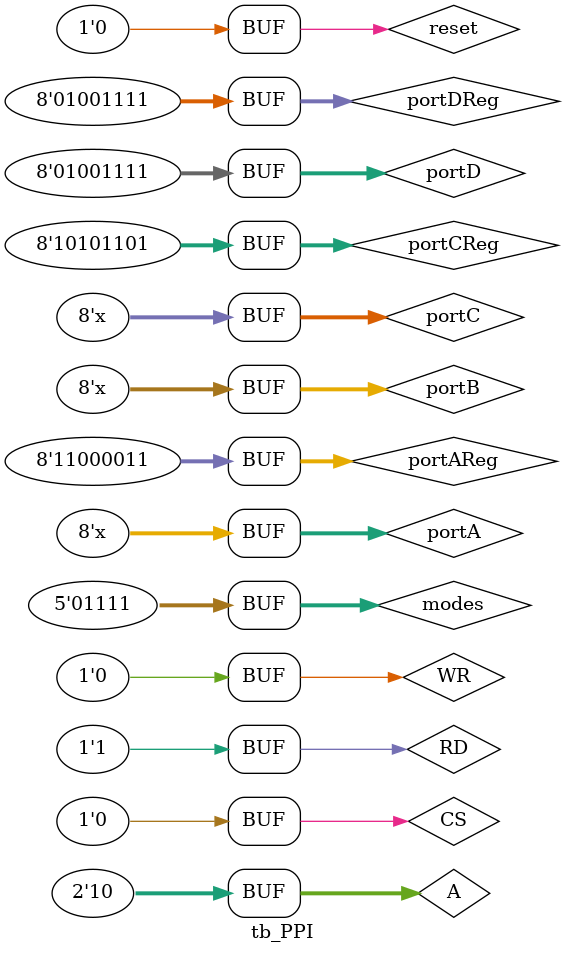
<source format=v>
`timescale 1us / 1us

module EightBitPort(D , DIntO, DIntI , mode ,enable);
inout  [7:0] D; 		//Data External
input  [7:0] DIntI;	//Data Internal input
output [7:0] DIntO;	//Data Internal output

//internal means between the port and the data bus
//external means between the port and the outside module (Top Module)

reg [7:0] DTemp;

input enable;
input mode; //Low(read/Input): DInt = D , High(write/Output): D = Dint

assign D = (mode)? DTemp:8'bz;	   //if mode is Low(read/Input) , then D is high impedance otherwise = DTemp
assign DIntO = mode? 8'bz:D;  //if mode is High(write/Output) , then DIntO is high impedance for input otherwise = D


always @(enable ,mode ,DIntI)
begin
	if (mode == 1 & enable) DTemp <= DIntI;//value of Dtemp only changes when the enable signal is high
	
end
endmodule

module FourBitPort(D , DIntO, DIntI , mode ,enable);
inout [3:0] D; 		//Data External
input [3:0] DIntI;	//Data Internal input
output [3:0] DIntO;	//Data Internal output

//internal means between the port and the data bus
//external means between the port and the outside module (Top Module)

reg [3:0] DTemp;

input enable;
input mode; //Low(read/Input): DInt = D , High(write/Output): D = Dint

assign D = (mode)? DTemp:4'bz;	   //if mode is Low(read/Input) , then D is high impedance otherwise = DTemp
assign DIntO = mode? 4'bz:D;  //if mode is High(write/Output) , then DIntO is high impedance for input otherwise = D


always @(enable ,mode ,DIntI)
begin
	if (mode == 1 & enable) DTemp = DIntI;//value of Dtemp only changes when the enable signal is high
end
endmodule

module PortC(C_Inout ,CInt_In ,CInt_Out, mode ,enable ,BSR ,BSRBitAddr ,BSRValue);
inout  [7:0] C_Inout;  //C inout
input  [7:0] CInt_In; 	 //C Internal Input
output [7:0] CInt_Out;	 //C Internal output

input [1:0] mode;
input enable ,BSR ,BSRValue; //the enable signal , and the BSR mode enable signal and the bit's value
input [2:0] BSRBitAddr; 

reg [7:0] CInt_In_Intermediate;//assigned in always block to CInt_In when BSR off ,but changed when BSR is on



always @(BSR , CInt_Out ,CInt_In,BSRValue ,BSRBitAddr)
begin
//BSR mode handling

//if BSR is on , then we will overwrite inner CInt by the reg overWrittenCInt
	if (BSR)
	begin
		CInt_In_Intermediate <= CInt_Out;
		CInt_In_Intermediate[BSRBitAddr] <= BSRValue;
	end
	if (!BSR) CInt_In_Intermediate <= CInt_In;
	
end

FourBitPort portCLower(C_Inout[3:0] , CInt_Out[3:0], CInt_In_Intermediate[3:0] , mode[0] ,enable|BSR);
FourBitPort portCUpper(C_Inout[7:4] , CInt_Out[7:4], CInt_In_Intermediate[7:4] , mode[1] ,enable|BSR);
endmodule

module InputInterface(DataMode ,enable , SelectPorts , WR , RD , A , reset , CS);
output [3:0]SelectPorts;
output DataMode;
output enable;

input WR , RD , reset , CS;
input [1:0]A;

assign enable = CS && (WR ^ RD); //enable is high if CS is high and only one signal (read or write) is high

//A0A1 is one hot encoded into SlectPorts wires
assign SelectPorts[0] = A==0?1:0;
assign SelectPorts[1] = A==1?1:0;
assign SelectPorts[2] = A==2?1:0;
assign SelectPorts[3] = A==3?1:0;

//DataMode is set to input at reset
assign DataMode = reset?0:!WR&RD?1:0;
endmodule

module Control(modes ,BSR ,BSRBitAddr ,BSRValue, enable ,reset ,inCtrlWord);
output reg [3:0]modes;
output reg BSR , BSRValue;   //BSR enable signal and the value of the BSR bit
output reg [2:0] BSRBitAddr; //Address of the BSR bit to be written in Port c

input [7:0] inCtrlWord;
input enable ,reset; //the enable signal is from the Input Interface module the reset from the top module

//The actual control word
reg [7:0]ctrlWord ;

initial
begin
	ctrlWord <= 8'b0111_1111;
end

//---------------------------Controlling---------------------------//
always @(enable , reset , inCtrlWord ,BSR ,BSRBitAddr,BSRValue ,modes ,ctrlWord)
begin
	if (!reset && enable) ctrlWord <= inCtrlWord;//when enable signal is high, write the ctrlWord
	if (reset) ctrlWord <= 8'b0111_1111;//when reset signal is high ,ctrlWord is forced to 8'b0111_1111 to set all ports to input mode 
	
	//---------------------------Modes Handling---------------------------//
	if (ctrlWord[7] == 1) //then BSR Mode
	begin
		BSR = 1; 		 	//enable BSR mode
		BSRValue = ctrlWord[0];	 	//assign the BSR bit value
		BSRBitAddr = ctrlWord[3:1];	//assign the address of the BSR bit
		modes[2] = 1;			//change lower c port to output
		modes[3] = 1; 			//change upper c port to output
	end
	else if(ctrlWord[7] == 0) //then mode 0
	begin
		BSR = 0;//disable BSR mode
		//Port A mode handling
		if (ctrlWord[4])  modes[0] = 0;
		if (!ctrlWord[4]) modes[0] = 1;

		//Port B mode handling
		if (ctrlWord[1])  modes[1] = 0;
		if (!ctrlWord[1]) modes[1] = 1;

		//Port C lower mode handling
		if (ctrlWord[0])  modes[2] = 0;
		if (!ctrlWord[0]) modes[2] = 1;

		//Port C upper mode handling
		if (ctrlWord[3])  modes[3] = 0;
		if (!ctrlWord[3]) modes[3] = 1;
	end
end
endmodule

module PPI_8255_ver2(A_Inout , B_Inout , C_Inout , D_Inout ,WR ,RD ,CS ,reset ,portAddr);

inout [7:0] A_Inout;
inout [7:0] B_Inout;
inout [7:0] C_Inout;
inout [7:0] D_Inout;
input WR ,RD ,CS ,reset;
input [1:0] portAddr;

wire [7:0] AInt_In;
wire [7:0] AInt_Out;

wire [7:0] BInt_In;
wire [7:0] BInt_Out;

wire [7:0] CInt_In;
wire [7:0] CInt_Out;

wire [7:0] DInt_In;
wire [7:0] DInt_Out;

wire enable, enableA ,enableB ,enableC ,enableCtrl; //enable signals for each port individually
wire DataMode;
wire BSR , BSRValue;
wire [2:0] BSRBitAddr;
wire [7:0] InCtrlWord;

wire [3:0] modes;//the input or output mode for each port .0 = input and 1 = output
wire [3:0] SelectPorts;//one hot encoded A0 A1

reg [7:0] mainBus;

//for a enable signal to be high ,we need to make sure that the port is selected by A0 A1
assign enableA = enable & SelectPorts[0];
assign enableB = enable & SelectPorts[1];
assign enableC = enable & SelectPorts[2];
assign enableCtrl = enable & SelectPorts[3];

//assign the main bus to all internal input wires
assign AInt_In    = mainBus;
assign BInt_In    = mainBus;
assign CInt_In    = mainBus;
assign DInt_In    = mainBus;

assign InCtrlWord = mainBus;

always @ (DataMode ,SelectPorts , AInt_Out ,BInt_Out,CInt_Out,DInt_Out)
begin
//assign the selected port - by A0A1 - to the main bus
	if (DataMode) //if the cpu is trying to read data from ports
	begin
		if (SelectPorts[0]) mainBus <= AInt_Out; //if port A was selected
		if (SelectPorts[1]) mainBus <= BInt_Out; //if port B was selected
		if (SelectPorts[2]) mainBus <= CInt_Out; //if port C was selected
	end
	
	if (!DataMode) mainBus <= DInt_Out; //if cpu is trying to write data to ports
	
	//Note: if DataMode is low -reading ports- and the selected port was output mode and not input
	//the value of the output of it would be high impedance 
	//e.g AInt_Out = zzzz_zzzz therfore mainBus = zzzz_zzzz therfore DInt_In = zzzz_zzzz
end 

EightBitPort dataBuffer(D_Inout , DInt_Out ,DInt_In , DataMode ,enable);
EightBitPort portA(A_Inout , AInt_Out ,AInt_In , modes[0] ,enableA);
EightBitPort portB(B_Inout , BInt_Out ,BInt_In , modes[1] ,enableB);
PortC portC(C_Inout ,CInt_In ,CInt_Out, modes[3:2] ,enableC ,BSR ,BSRBitAddr ,BSRValue);
InputInterface inputInterface(DataMode ,enable , SelectPorts , WR , RD , portAddr , reset , CS);
Control control(modes ,BSR ,BSRBitAddr ,BSRValue, enableCtrl ,reset ,InCtrlWord);
endmodule

module tb_PPI_WaveForm();

wire [7:0] portA;
wire [7:0] portB;
wire [7:0] portC;
wire [7:0] portD;
wire WR ,RD ,CS ,reset;
wire [1:0] A;

initial
begin
	$monitor(" A=%b,B=%b, C=%b ,D=%b ,wr=%b ,rd=%b, cs=%b ,RESET=%b",portA,portB,portC,portD,WR,RD,CS,reset );
end

PPI_8255_ver2 ppi(portA , portB , portC , portD ,!WR ,!RD ,!CS ,reset ,A);
endmodule

module tb_PPI();		//note run simulation in 230us step

wire [7:0] portA;
wire [7:0] portB;
wire [7:0] portC;
wire [7:0] portD;

reg [7:0] portAReg;
reg [7:0] portBReg;
reg [7:0] portCReg;
reg [7:0] portDReg;

reg [4:0]modes;

assign portA = modes[0]?8'bz:portAReg;
assign portB = modes[1]?8'bz:portBReg;
assign portC[3:0] = modes[2]?4'bz:portCReg[3:0];
assign portC[7:4] = modes[3]?4'bz:portCReg[7:4];
assign portD = modes[4]?8'bz:portDReg;

reg WR ,RD ,CS ,reset;
reg [1:0] A;

initial
begin

	$monitor(" A=%b,B=%b, C=%b ,D=%b ,wr=%b ,rd=%b, cs=%b ,RESET=%b",portA,portB,portC,portD,WR,RD,CS,reset );

	reset =1;
	CS =0;
	RD	=1;
	WR	=1;
	#10
	reset=0;
	modes[4] = 5'b00000;
	
	#10;WR=1;RD=1;#10
	
	#10$display("//-------------------A = input-------------------//");
	modes[4] = 0;
	A 	=2'b11;
	portDReg = 8'b0001_0000;
	#10 WR = 0; #10
	#10;$display("CWR Written 0001_0000");
	
	#10;WR=1;RD=1;#10
	
	modes[4] = 1;modes[0] = 0;
	portAReg = 8'b1000_0001;
	A=2'b00;
	#10 RD = 0; #10
	#10;$display("D Read from A 1000_0001");

	#10;WR=1;RD=1;#10
	
	#10$display("//-------------------A = output-------------------//");
	modes[4] = 0;
	A 	=2'b11;
	portDReg = 8'b0000_0000;
	#10 WR = 0; #10
	#10;$display("CWR Written 0000_0000");
	
	#10;WR=1;RD=1;#10
	
	modes[4] = 0;modes[0] = 1;
	portDReg = 8'b0001_1000;
	A=2'b00;
	#10 WR = 0; #10
	#10;$display("D wrote to A 0001_1000");
	
	#10;WR=1;RD=1;#10
	
	
	#10$display("//-------------------B = input-------------------//");
	modes[4] = 0;
	A 	=2'b11;
	portDReg = 8'b0000_0010;
	#10 WR = 0; #10
	#10;$display("CWR Written 0000_0010");
	
	#10;WR=1;RD=1;#10
	
	modes[4] = 1;modes[1] = 0;
	portAReg = 8'b1100_0011;
	A=2'b01;
	#10 RD = 0; #10
	#10;$display("D Read from B 1100_0011");

	#10;WR=1;RD=1;#10
	
	#10$display("//-------------------B = output-------------------//");
	modes[4] = 0;
	A 	=2'b11;
	portDReg = 8'b0000_0000;
	#10 WR = 0; #10
	#10;$display("CWR Written 0000_0000");
	
	#10;WR=1;RD=1;#10
	
	modes[4] = 0;modes[1] = 1;
	portDReg = 8'b0011_1100;
	A=2'b01;
	#10 WR = 0; #10
	#10;$display("D wrote to B 0011_1100");
	
	#10;WR=1;RD=1;#10
	
	#10$display("//-------------------C lower = input-------------------//");
	modes[4] = 0;
	A 	=2'b11;
	portDReg = 8'b0000_0001;
	#10 WR = 0; #10
	#10;$display("CWR Written 0000_0001");
	
	#10;WR=1;RD=1;#10
	
	modes[4] = 1;modes[2] = 0;
	portCReg = 8'b1010_1101;
	A=2'b10;
	#10 RD = 0; #10
	#10;$display("D Read from C lower zzzz_1101");

	#10;WR=1;RD=1;#10
	
	#10$display("//-------------------C lower = output-------------------//");
	modes[4] = 0;
	A 	=2'b11;
	portDReg = 8'b0000_0000;
	#10 WR = 0; #10
	#10;$display("CWR Written 0000_0000");
	
	#10;WR=1;RD=1;#10
	
	modes[4] = 0;modes[2] = 1;
	portDReg = 8'b1101_1010;
	A=2'b10;
	#10 WR = 0; #10
	#10;$display("D wrote to C lower zzzz_1010");//1101_1010 not zzzz_1010
	
	#10;WR=1;RD=1;#10
	
	#10$display("//-------------------C upper = input-------------------//");
	modes[4] = 0;
	A 	=2'b11;
	portDReg = 8'b0000_1000;
	#10 WR = 0; #10
	#10;$display("CWR Written 0000_1000");
	
	#10;WR=1;RD=1;#10
	
	modes[4] = 1;modes[3] = 0;
	portCReg = 8'b1010_1101;
	A=2'b10;
	#10 RD = 0; #10
	#10;$display("D Read from C upper 1010_zzzz");

	#10;WR=1;RD=1;#10
	
	#10$display("//-------------------C upper = output-------------------//");
	modes[4] = 0;
	A 	=2'b11;
	portDReg = 8'b0000_0000;
	#10 WR = 0; #10
	#10;$display("CWR Written 0000_0000");
	
	#10;WR=1;RD=1;#10
	
	modes[4] = 0;modes[3] = 1;
	portDReg = 8'b0100_1111;
	A=2'b10;
	#10 WR = 0; #10
	#10;$display("D wrote to C upper 0100_zzzz");
	
end

PPI_8255_ver2 ppi(portA , portB , portC , portD ,!WR ,!RD ,!CS ,reset ,A);

endmodule

</source>
